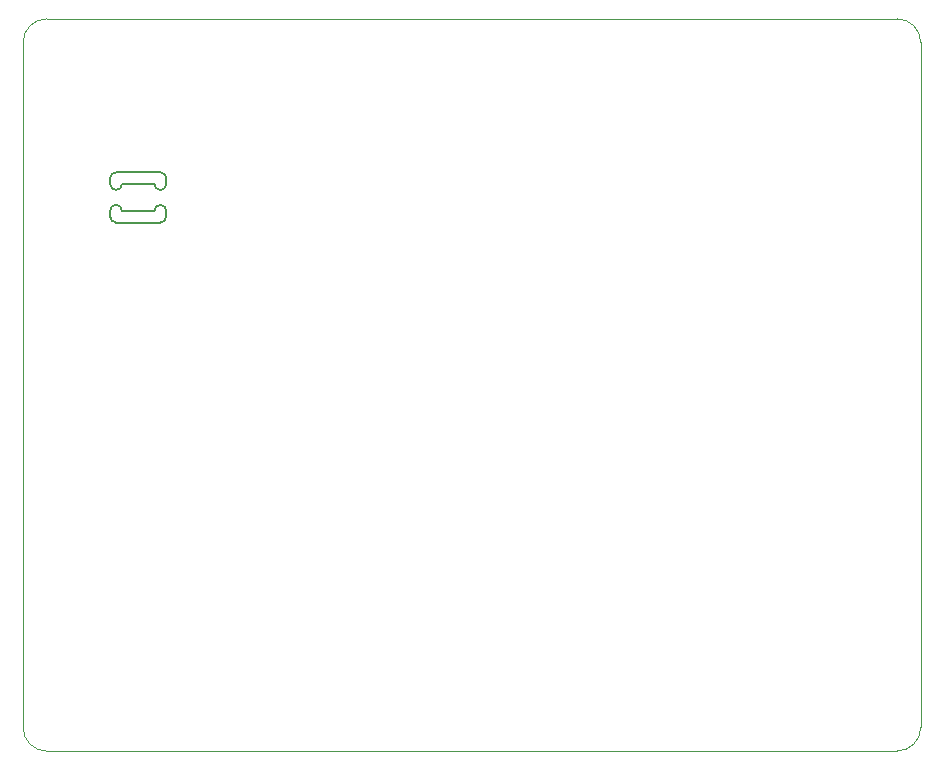
<source format=gbr>
%TF.GenerationSoftware,KiCad,Pcbnew,8.0.7-8.0.7-0~ubuntu24.04.1*%
%TF.CreationDate,2025-01-11T18:55:06-05:00*%
%TF.ProjectId,esp32_sensor_board,65737033-325f-4736-956e-736f725f626f,rev?*%
%TF.SameCoordinates,Original*%
%TF.FileFunction,Profile,NP*%
%FSLAX46Y46*%
G04 Gerber Fmt 4.6, Leading zero omitted, Abs format (unit mm)*
G04 Created by KiCad (PCBNEW 8.0.7-8.0.7-0~ubuntu24.04.1) date 2025-01-11 18:55:06*
%MOMM*%
%LPD*%
G01*
G04 APERTURE LIST*
%TA.AperFunction,Profile*%
%ADD10C,0.150000*%
%TD*%
%TA.AperFunction,Profile*%
%ADD11C,0.100000*%
%TD*%
G04 APERTURE END LIST*
D10*
X92875000Y-84000000D02*
X92875000Y-83500000D01*
X92875000Y-86250000D02*
G75*
G02*
X93375000Y-85750000I500000J0D01*
G01*
X97625000Y-83500000D02*
X97625000Y-84000000D01*
X97625000Y-86750000D02*
G75*
G02*
X97125000Y-87250000I-500000J0D01*
G01*
D11*
X87500000Y-132000000D02*
G75*
G02*
X85500000Y-130000000I0J2000000D01*
G01*
X85500000Y-72000000D02*
G75*
G02*
X87500000Y-70000000I2000000J0D01*
G01*
X159500000Y-70000000D02*
G75*
G02*
X161500000Y-72000000I0J-2000000D01*
G01*
X161500000Y-130000000D02*
G75*
G02*
X159500000Y-132000000I-2000000J0D01*
G01*
D10*
X92875000Y-86250000D02*
X92875000Y-86750000D01*
X93375000Y-87250000D02*
G75*
G02*
X92875000Y-86750000I0J500000D01*
G01*
X97625000Y-86750000D02*
X97625000Y-86250000D01*
X93375000Y-85750000D02*
G75*
G02*
X93875000Y-86250000I0J-500000D01*
G01*
D11*
X85500000Y-130000000D02*
X85500000Y-72000000D01*
X159500000Y-132000000D02*
X87500000Y-132000000D01*
X159500000Y-70000000D02*
X131640000Y-70000000D01*
D10*
X97125000Y-84500000D02*
G75*
G02*
X96625000Y-84000000I0J500000D01*
G01*
X93375000Y-84500000D02*
G75*
G02*
X92875000Y-84000000I0J500000D01*
G01*
X93875000Y-84000000D02*
G75*
G02*
X93375000Y-84500000I-500000J0D01*
G01*
X93375000Y-83000000D02*
X97125000Y-83000000D01*
X97125000Y-83000000D02*
G75*
G02*
X97625000Y-83500000I0J-500000D01*
G01*
X96625000Y-86250000D02*
X93875000Y-86250000D01*
D11*
X87500000Y-70000000D02*
X131640000Y-70000000D01*
D10*
X96625000Y-86250000D02*
G75*
G02*
X97125000Y-85750000I500000J0D01*
G01*
X96625000Y-84000000D02*
X93875000Y-84000000D01*
X97125000Y-85750000D02*
G75*
G02*
X97625000Y-86250000I0J-500000D01*
G01*
X92875000Y-83500000D02*
G75*
G02*
X93375000Y-83000000I500000J0D01*
G01*
X97625000Y-84000000D02*
G75*
G02*
X97125000Y-84500000I-500000J0D01*
G01*
X93375000Y-87250000D02*
X97125000Y-87250000D01*
D11*
X161500000Y-72000000D02*
X161500000Y-130000000D01*
M02*

</source>
